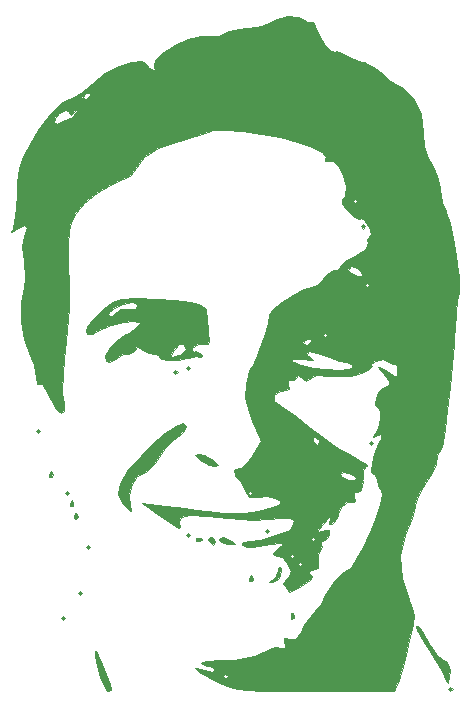
<source format=gbr>
%TF.GenerationSoftware,KiCad,Pcbnew,(5.1.9)-1*%
%TF.CreationDate,2022-01-30T23:42:19-06:00*%
%TF.ProjectId,V2_load_cell,56325f6c-6f61-4645-9f63-656c6c2e6b69,rev?*%
%TF.SameCoordinates,Original*%
%TF.FileFunction,Legend,Bot*%
%TF.FilePolarity,Positive*%
%FSLAX46Y46*%
G04 Gerber Fmt 4.6, Leading zero omitted, Abs format (unit mm)*
G04 Created by KiCad (PCBNEW (5.1.9)-1) date 2022-01-30 23:42:19*
%MOMM*%
%LPD*%
G01*
G04 APERTURE LIST*
%ADD10C,0.010000*%
G04 APERTURE END LIST*
D10*
%TO.C,#G\u002A\u002A\u002A*%
G36*
X121778889Y-84419722D02*
G01*
X121955277Y-84596111D01*
X122131666Y-84419722D01*
X121955277Y-84243333D01*
X121778889Y-84419722D01*
G37*
X121778889Y-84419722D02*
X121955277Y-84596111D01*
X122131666Y-84419722D01*
X121955277Y-84243333D01*
X121778889Y-84419722D01*
G36*
X107238160Y-27704086D02*
G01*
X106765065Y-27964058D01*
X105978509Y-28299151D01*
X104884029Y-28482412D01*
X104601792Y-28493225D01*
X103626924Y-28585563D01*
X102978599Y-28802908D01*
X102883312Y-28892762D01*
X102397976Y-29117783D01*
X101701437Y-29092704D01*
X100824563Y-29116505D01*
X99750318Y-29416595D01*
X98647679Y-29902886D01*
X97685624Y-30485289D01*
X97033130Y-31073715D01*
X96859174Y-31578077D01*
X96893549Y-31655972D01*
X96907781Y-31998637D01*
X96790230Y-32032222D01*
X96378698Y-31753149D01*
X96269401Y-31550187D01*
X95823337Y-31255607D01*
X94974961Y-31321299D01*
X93890331Y-31689486D01*
X92735503Y-32302388D01*
X91676535Y-33102228D01*
X91597628Y-33175690D01*
X90712515Y-33918443D01*
X89945485Y-34398593D01*
X89619276Y-34498607D01*
X88980596Y-34784330D01*
X88134617Y-35653730D01*
X87057902Y-37133653D01*
X86324722Y-38272262D01*
X85730989Y-39338901D01*
X85399857Y-40329324D01*
X85252674Y-41544082D01*
X85220170Y-42493130D01*
X85158989Y-43812153D01*
X85042118Y-44882473D01*
X84894352Y-45480349D01*
X84887868Y-45491741D01*
X84769955Y-45770911D01*
X85084367Y-45574039D01*
X85207195Y-45475701D01*
X85825297Y-45152565D01*
X86060720Y-45388768D01*
X85846879Y-46047435D01*
X85664579Y-47040371D01*
X85816170Y-48176943D01*
X85966299Y-49583424D01*
X85811624Y-50510793D01*
X85593166Y-51707424D01*
X85622757Y-53234154D01*
X85872624Y-54771673D01*
X86284048Y-55942455D01*
X86687406Y-57008370D01*
X86859268Y-58028527D01*
X86859291Y-58032064D01*
X86935822Y-58620943D01*
X87123682Y-58612268D01*
X87129650Y-58603091D01*
X87411147Y-58617784D01*
X87821279Y-59258839D01*
X88040881Y-59749000D01*
X88532211Y-60675506D01*
X88953863Y-61059368D01*
X89207306Y-60885343D01*
X89194011Y-60138191D01*
X89151133Y-59920737D01*
X89098739Y-59133205D01*
X89143884Y-57875124D01*
X89275954Y-56373161D01*
X89343667Y-55809183D01*
X89527695Y-54033851D01*
X89645988Y-52186476D01*
X89677380Y-50617591D01*
X89671663Y-50376667D01*
X89607428Y-48264735D01*
X89596958Y-46726291D01*
X89664214Y-45629898D01*
X89833154Y-44844120D01*
X90127738Y-44237517D01*
X90571926Y-43678653D01*
X90968587Y-43261965D01*
X92079126Y-42335092D01*
X93259548Y-41668915D01*
X93651275Y-41531747D01*
X94824863Y-40987614D01*
X95320296Y-40323182D01*
X95970999Y-39359841D01*
X97151274Y-38609763D01*
X98943375Y-38021396D01*
X99024722Y-38001518D01*
X100105785Y-37706602D01*
X100908746Y-37427142D01*
X101141389Y-37307805D01*
X101818733Y-37091320D01*
X102927196Y-37053283D01*
X104331297Y-37164746D01*
X105895561Y-37396758D01*
X107484510Y-37720371D01*
X108962665Y-38106636D01*
X110194549Y-38526602D01*
X111044684Y-38951322D01*
X111377593Y-39351847D01*
X111342826Y-39487670D01*
X111293262Y-39740590D01*
X111446678Y-39679770D01*
X111971627Y-39683530D01*
X112476871Y-40186190D01*
X112880544Y-40983835D01*
X113100782Y-41872555D01*
X113055719Y-42648435D01*
X112794371Y-43036667D01*
X112795584Y-43377933D01*
X113177565Y-43888975D01*
X113725443Y-44361386D01*
X114224348Y-44586756D01*
X114364505Y-44559573D01*
X114675613Y-44719369D01*
X115016962Y-45272451D01*
X115208207Y-45919139D01*
X115079620Y-46143333D01*
X114886491Y-46399910D01*
X114937350Y-46643347D01*
X114774092Y-47150208D01*
X113947927Y-47703240D01*
X113867945Y-47741876D01*
X113067449Y-48193223D01*
X112632734Y-48577424D01*
X112606666Y-48652974D01*
X112321205Y-48932286D01*
X112089912Y-48965555D01*
X111528472Y-49245656D01*
X111195555Y-49671111D01*
X110667761Y-50234008D01*
X110249996Y-50376667D01*
X109570097Y-50565971D01*
X108654437Y-51039741D01*
X107715228Y-51656764D01*
X106964687Y-52275828D01*
X106615026Y-52755719D01*
X106610075Y-52798763D01*
X106498538Y-53416494D01*
X106219698Y-54386493D01*
X105855788Y-55468851D01*
X105489041Y-56423656D01*
X105201692Y-57010998D01*
X105142518Y-57080253D01*
X104932689Y-57512555D01*
X104706588Y-58358721D01*
X104661015Y-58586327D01*
X104598523Y-59747095D01*
X104902293Y-61003390D01*
X105175392Y-61690417D01*
X105939069Y-63465631D01*
X105185792Y-64684458D01*
X104651816Y-65402621D01*
X104225101Y-65728139D01*
X104134245Y-65718943D01*
X103706288Y-65776049D01*
X103629455Y-65868758D01*
X103675002Y-66324322D01*
X103803228Y-66437948D01*
X104211790Y-66925937D01*
X104508900Y-67528794D01*
X104897869Y-68144626D01*
X105532670Y-68205223D01*
X105696308Y-68168250D01*
X106395615Y-68118464D01*
X107061008Y-68245756D01*
X107506260Y-68472534D01*
X107545144Y-68721202D01*
X107315000Y-68842706D01*
X106615845Y-69065646D01*
X105671306Y-69366404D01*
X105660979Y-69369690D01*
X104439166Y-69547014D01*
X102736651Y-69491934D01*
X102133201Y-69426297D01*
X100519222Y-69226723D01*
X98841510Y-69023630D01*
X97792864Y-68899568D01*
X95855451Y-68674171D01*
X97348838Y-69755974D01*
X98360351Y-70466619D01*
X98907341Y-70773232D01*
X99080828Y-70706730D01*
X98975907Y-70308611D01*
X99106014Y-69895227D01*
X99893944Y-69709586D01*
X101329446Y-69752525D01*
X103081666Y-69974077D01*
X105212302Y-70130931D01*
X107581129Y-69958326D01*
X108383814Y-69916063D01*
X108668735Y-70121348D01*
X108656419Y-70409962D01*
X108386713Y-70942879D01*
X108192113Y-71043727D01*
X107638743Y-71190704D01*
X106851062Y-71484699D01*
X105810754Y-71792439D01*
X104978159Y-71896111D01*
X104392625Y-72001074D01*
X104295920Y-72215770D01*
X104763725Y-72430772D01*
X105110490Y-72414523D01*
X106655124Y-72136703D01*
X107534339Y-72040478D01*
X107764252Y-72124918D01*
X107579583Y-72272464D01*
X107070769Y-72727710D01*
X106962222Y-72992794D01*
X107173725Y-73198501D01*
X107276411Y-73154682D01*
X107673181Y-73267203D01*
X108111526Y-73755534D01*
X108442530Y-74392386D01*
X108316065Y-74823537D01*
X108091505Y-75055886D01*
X107775399Y-75511647D01*
X107964144Y-75699066D01*
X108222831Y-76024610D01*
X108177946Y-76160183D01*
X108316598Y-76201668D01*
X108898495Y-75931616D01*
X109261008Y-75726542D01*
X110040917Y-75190753D01*
X110220643Y-74830162D01*
X110075954Y-74673002D01*
X109857542Y-74437202D01*
X110266561Y-74370957D01*
X110748013Y-74188369D01*
X110743107Y-73836389D01*
X109431666Y-73836389D01*
X109255278Y-74012778D01*
X109078889Y-73836389D01*
X109255278Y-73660000D01*
X109431666Y-73836389D01*
X110743107Y-73836389D01*
X110740652Y-73660351D01*
X110729839Y-73130833D01*
X108726111Y-73130833D01*
X108549722Y-73307222D01*
X108373333Y-73130833D01*
X108549722Y-72954444D01*
X108726111Y-73130833D01*
X110729839Y-73130833D01*
X110727222Y-73002689D01*
X110881651Y-72754030D01*
X111049507Y-72330650D01*
X111004101Y-72224512D01*
X111033539Y-71916425D01*
X111136992Y-71896111D01*
X111387612Y-71719722D01*
X110490000Y-71719722D01*
X110313611Y-71896111D01*
X110137222Y-71719722D01*
X110313611Y-71543333D01*
X110490000Y-71719722D01*
X111387612Y-71719722D01*
X111537967Y-71613901D01*
X111684759Y-71343876D01*
X111709799Y-70962198D01*
X111239580Y-71000798D01*
X111170126Y-71022237D01*
X110680733Y-71149592D01*
X110699669Y-70972004D01*
X111074359Y-70516139D01*
X111618741Y-69939064D01*
X111860807Y-69798928D01*
X111719897Y-70139578D01*
X111696437Y-70177989D01*
X111699038Y-70447321D01*
X111940200Y-70412202D01*
X112367507Y-69964803D01*
X112433362Y-69646106D01*
X112674128Y-69016633D01*
X113203310Y-68589233D01*
X113732310Y-68586322D01*
X113866731Y-68477914D01*
X113794069Y-68195840D01*
X113795761Y-67839167D01*
X105198333Y-67839167D01*
X105021944Y-68015555D01*
X104845555Y-67839167D01*
X105021944Y-67662778D01*
X105198333Y-67839167D01*
X113795761Y-67839167D01*
X113796131Y-67761398D01*
X114062693Y-67736546D01*
X114412127Y-67563345D01*
X114507448Y-66793440D01*
X114504526Y-66692639D01*
X114521624Y-66519314D01*
X113930605Y-66519314D01*
X113768777Y-66756919D01*
X113332367Y-66711929D01*
X112750132Y-66446139D01*
X112606666Y-66241737D01*
X112857431Y-66035393D01*
X113382915Y-66103644D01*
X113842901Y-66375160D01*
X113930605Y-66519314D01*
X114521624Y-66519314D01*
X114581793Y-65909391D01*
X114827413Y-65541004D01*
X114857304Y-65537036D01*
X114796988Y-65391685D01*
X114232764Y-65024947D01*
X113532908Y-64644867D01*
X112295634Y-63912259D01*
X111599951Y-63429444D01*
X110842777Y-63429444D01*
X110722415Y-63773050D01*
X110687208Y-63782222D01*
X110386018Y-63535018D01*
X110313611Y-63429444D01*
X110341581Y-63104365D01*
X110469180Y-63076667D01*
X110828421Y-63332752D01*
X110842777Y-63429444D01*
X111599951Y-63429444D01*
X110905860Y-62947734D01*
X110005130Y-62240495D01*
X108983098Y-61423659D01*
X108097522Y-60790907D01*
X107579583Y-60497903D01*
X107046768Y-60072599D01*
X107023003Y-59553368D01*
X107481335Y-59218816D01*
X107705521Y-59196111D01*
X108244258Y-59046142D01*
X108238728Y-58648622D01*
X108206993Y-58280492D01*
X108347243Y-58298042D01*
X108738560Y-58221561D01*
X108845512Y-58051781D01*
X109079069Y-57803028D01*
X109360712Y-58087247D01*
X109716211Y-58370961D01*
X109958446Y-58141640D01*
X110535228Y-57877727D01*
X111698683Y-57939044D01*
X113539795Y-57903056D01*
X114391001Y-57633875D01*
X115076458Y-57296588D01*
X115265398Y-57130458D01*
X113665000Y-57130458D01*
X113353605Y-57313690D01*
X112557554Y-57376209D01*
X111484047Y-57335665D01*
X110340284Y-57209705D01*
X109333464Y-57015980D01*
X108670787Y-56772138D01*
X108574734Y-56696874D01*
X108497421Y-56458055D01*
X108991226Y-56443996D01*
X109431666Y-56508960D01*
X110116282Y-56595837D01*
X110287989Y-56552279D01*
X110225416Y-56516728D01*
X109818613Y-56151012D01*
X109784444Y-56022928D01*
X109982022Y-55820936D01*
X110632310Y-55937639D01*
X111659493Y-56319682D01*
X112540411Y-56615405D01*
X113158799Y-56726666D01*
X113612884Y-56952537D01*
X113665000Y-57130458D01*
X115265398Y-57130458D01*
X115299892Y-57100129D01*
X115252500Y-57082525D01*
X115216003Y-56924750D01*
X115535554Y-56688073D01*
X116273574Y-56511865D01*
X116626346Y-56695739D01*
X117097227Y-56943033D01*
X117239498Y-56915131D01*
X117388784Y-57070186D01*
X117449204Y-57440802D01*
X117440118Y-57883414D01*
X117194816Y-57902925D01*
X116552998Y-57527706D01*
X115921261Y-57141630D01*
X115819013Y-57157392D01*
X116179371Y-57599797D01*
X116222639Y-57650235D01*
X116741427Y-58350572D01*
X116736400Y-58724193D01*
X116251733Y-58905660D01*
X115863752Y-59222236D01*
X115614428Y-59807812D01*
X115578777Y-60367627D01*
X115818698Y-60607222D01*
X116026372Y-60891722D01*
X116026000Y-61551972D01*
X115843528Y-62298101D01*
X115631059Y-62703413D01*
X115432140Y-63047194D01*
X115693472Y-62947176D01*
X116085839Y-62844575D01*
X116031887Y-63280739D01*
X115830467Y-63717220D01*
X115517146Y-64486236D01*
X115295866Y-65297528D01*
X115212447Y-65925058D01*
X115312709Y-66142792D01*
X115341517Y-66129276D01*
X115591562Y-66273596D01*
X115692760Y-66711854D01*
X115878308Y-67370801D01*
X116095486Y-67590995D01*
X116175673Y-67953638D01*
X115992420Y-68777404D01*
X115614068Y-69900736D01*
X115108959Y-71162076D01*
X114545432Y-72399867D01*
X113991828Y-73452552D01*
X113516486Y-74158572D01*
X113229781Y-74365555D01*
X112697805Y-74656462D01*
X112017217Y-75409508D01*
X111332819Y-76445181D01*
X110953213Y-77187778D01*
X110498717Y-77855459D01*
X110123978Y-78246111D01*
X109533650Y-79019743D01*
X109277289Y-79583770D01*
X108913998Y-80171818D01*
X108347101Y-80178063D01*
X107865445Y-80125784D01*
X107887066Y-80522399D01*
X107906337Y-80573970D01*
X107968191Y-80990761D01*
X107727728Y-80928996D01*
X107093251Y-80862669D01*
X106874028Y-80956463D01*
X105420873Y-81590939D01*
X103611098Y-81947382D01*
X102414033Y-81995321D01*
X101455701Y-82017046D01*
X100902280Y-82121893D01*
X100842756Y-82214861D01*
X101297440Y-82457137D01*
X101514986Y-82479444D01*
X101971004Y-82671904D01*
X102023333Y-82823491D01*
X101743990Y-82990226D01*
X101141389Y-82832222D01*
X100428046Y-82605206D01*
X100291802Y-82667448D01*
X100688246Y-82974240D01*
X101572966Y-83480877D01*
X102011605Y-83708224D01*
X102651385Y-84017529D01*
X103251874Y-84245202D01*
X103932224Y-84403725D01*
X104811590Y-84505580D01*
X106009123Y-84563250D01*
X107643977Y-84589217D01*
X109835305Y-84595964D01*
X110487004Y-84596111D01*
X117210241Y-84596111D01*
X117581636Y-83625972D01*
X117666162Y-83361389D01*
X103081666Y-83361389D01*
X102905277Y-83537778D01*
X102728889Y-83361389D01*
X102905277Y-83185000D01*
X103081666Y-83361389D01*
X117666162Y-83361389D01*
X117853798Y-82774052D01*
X118192597Y-81521801D01*
X118484244Y-80313910D01*
X118754554Y-79021618D01*
X118839488Y-78172556D01*
X118734408Y-77527938D01*
X118434672Y-76848979D01*
X118416221Y-76813190D01*
X117829905Y-75057685D01*
X117716988Y-73156522D01*
X118084500Y-71396711D01*
X118273134Y-70970969D01*
X118708913Y-69935909D01*
X118943589Y-69027443D01*
X118956666Y-68849975D01*
X119177355Y-68072783D01*
X119720284Y-67169227D01*
X119838611Y-67021558D01*
X120417788Y-66164006D01*
X120711501Y-65397967D01*
X120720555Y-65289398D01*
X120834722Y-64597948D01*
X120965951Y-64359974D01*
X121235922Y-63827190D01*
X121315676Y-63507428D01*
X121478806Y-62383273D01*
X121675154Y-60771739D01*
X121881930Y-58888778D01*
X122076347Y-56950340D01*
X122235614Y-55172375D01*
X122252595Y-54941958D01*
X110137222Y-54941958D01*
X109881137Y-55301199D01*
X109784444Y-55315555D01*
X109440838Y-55195193D01*
X109431666Y-55159986D01*
X109678871Y-54858796D01*
X109784444Y-54786389D01*
X110109523Y-54814359D01*
X110137222Y-54941958D01*
X122252595Y-54941958D01*
X122290060Y-54433611D01*
X111548333Y-54433611D01*
X111371944Y-54610000D01*
X111195555Y-54433611D01*
X111371944Y-54257222D01*
X111548333Y-54433611D01*
X122290060Y-54433611D01*
X122329060Y-53904444D01*
X122429106Y-52559865D01*
X122543098Y-51465524D01*
X122648244Y-50835588D01*
X122659369Y-50800870D01*
X122702588Y-50200278D01*
X115076111Y-50200278D01*
X114899722Y-50376667D01*
X114723333Y-50200278D01*
X114899722Y-50023889D01*
X115076111Y-50200278D01*
X122702588Y-50200278D01*
X122705992Y-50152976D01*
X122651972Y-49466868D01*
X114554236Y-49466868D01*
X114199635Y-49465841D01*
X114037939Y-49425823D01*
X113455379Y-49147130D01*
X113312222Y-48924410D01*
X113522307Y-48626497D01*
X114004422Y-48791375D01*
X114347521Y-49114190D01*
X114554236Y-49466868D01*
X122651972Y-49466868D01*
X122617734Y-49032020D01*
X122428858Y-47649923D01*
X122173626Y-46218605D01*
X121886298Y-44949986D01*
X121601137Y-44055986D01*
X121551632Y-43949124D01*
X121224899Y-43184912D01*
X121216593Y-43144722D01*
X114017777Y-43144722D01*
X113841389Y-43321111D01*
X113665000Y-43144722D01*
X113841389Y-42968333D01*
X114017777Y-43144722D01*
X121216593Y-43144722D01*
X121127651Y-42714402D01*
X121074511Y-42031781D01*
X120791253Y-41020311D01*
X120372653Y-39977444D01*
X120085475Y-39443570D01*
X119730131Y-38486144D01*
X119607980Y-37340695D01*
X119612032Y-37247789D01*
X119440737Y-35712853D01*
X119204739Y-35209768D01*
X90339541Y-35209768D01*
X90320227Y-35450311D01*
X90290931Y-35560000D01*
X89955409Y-36030071D01*
X89764305Y-36089167D01*
X89169683Y-36307499D01*
X89117546Y-36353750D01*
X88637299Y-36615209D01*
X88424715Y-36375711D01*
X88479737Y-36116443D01*
X88848222Y-35624352D01*
X89326777Y-35391534D01*
X89652392Y-35518043D01*
X89681513Y-35659266D01*
X89819152Y-35825475D01*
X90061148Y-35560000D01*
X90339541Y-35209768D01*
X119204739Y-35209768D01*
X118815175Y-34379326D01*
X118549612Y-34128069D01*
X91440000Y-34128069D01*
X91183914Y-34487310D01*
X91087222Y-34501667D01*
X90743616Y-34381304D01*
X90734444Y-34346097D01*
X90981648Y-34044907D01*
X91087222Y-33972500D01*
X91412301Y-34000470D01*
X91440000Y-34128069D01*
X118549612Y-34128069D01*
X117844736Y-33461166D01*
X117616781Y-33345276D01*
X116756401Y-32831041D01*
X116221545Y-32329234D01*
X115604511Y-31832825D01*
X114651945Y-31374959D01*
X114457656Y-31307689D01*
X113504496Y-30957192D01*
X112829132Y-30632200D01*
X112750596Y-30578197D01*
X112287448Y-30414361D01*
X112173454Y-30466361D01*
X111856642Y-30368677D01*
X111369225Y-29867534D01*
X110876677Y-29179840D01*
X110544475Y-28522503D01*
X110490000Y-28259660D01*
X110317659Y-27924512D01*
X110161598Y-27960212D01*
X109708515Y-27915972D01*
X109611612Y-27804643D01*
X109066894Y-27505192D01*
X108176349Y-27477239D01*
X107238160Y-27704086D01*
G37*
X107238160Y-27704086D02*
X106765065Y-27964058D01*
X105978509Y-28299151D01*
X104884029Y-28482412D01*
X104601792Y-28493225D01*
X103626924Y-28585563D01*
X102978599Y-28802908D01*
X102883312Y-28892762D01*
X102397976Y-29117783D01*
X101701437Y-29092704D01*
X100824563Y-29116505D01*
X99750318Y-29416595D01*
X98647679Y-29902886D01*
X97685624Y-30485289D01*
X97033130Y-31073715D01*
X96859174Y-31578077D01*
X96893549Y-31655972D01*
X96907781Y-31998637D01*
X96790230Y-32032222D01*
X96378698Y-31753149D01*
X96269401Y-31550187D01*
X95823337Y-31255607D01*
X94974961Y-31321299D01*
X93890331Y-31689486D01*
X92735503Y-32302388D01*
X91676535Y-33102228D01*
X91597628Y-33175690D01*
X90712515Y-33918443D01*
X89945485Y-34398593D01*
X89619276Y-34498607D01*
X88980596Y-34784330D01*
X88134617Y-35653730D01*
X87057902Y-37133653D01*
X86324722Y-38272262D01*
X85730989Y-39338901D01*
X85399857Y-40329324D01*
X85252674Y-41544082D01*
X85220170Y-42493130D01*
X85158989Y-43812153D01*
X85042118Y-44882473D01*
X84894352Y-45480349D01*
X84887868Y-45491741D01*
X84769955Y-45770911D01*
X85084367Y-45574039D01*
X85207195Y-45475701D01*
X85825297Y-45152565D01*
X86060720Y-45388768D01*
X85846879Y-46047435D01*
X85664579Y-47040371D01*
X85816170Y-48176943D01*
X85966299Y-49583424D01*
X85811624Y-50510793D01*
X85593166Y-51707424D01*
X85622757Y-53234154D01*
X85872624Y-54771673D01*
X86284048Y-55942455D01*
X86687406Y-57008370D01*
X86859268Y-58028527D01*
X86859291Y-58032064D01*
X86935822Y-58620943D01*
X87123682Y-58612268D01*
X87129650Y-58603091D01*
X87411147Y-58617784D01*
X87821279Y-59258839D01*
X88040881Y-59749000D01*
X88532211Y-60675506D01*
X88953863Y-61059368D01*
X89207306Y-60885343D01*
X89194011Y-60138191D01*
X89151133Y-59920737D01*
X89098739Y-59133205D01*
X89143884Y-57875124D01*
X89275954Y-56373161D01*
X89343667Y-55809183D01*
X89527695Y-54033851D01*
X89645988Y-52186476D01*
X89677380Y-50617591D01*
X89671663Y-50376667D01*
X89607428Y-48264735D01*
X89596958Y-46726291D01*
X89664214Y-45629898D01*
X89833154Y-44844120D01*
X90127738Y-44237517D01*
X90571926Y-43678653D01*
X90968587Y-43261965D01*
X92079126Y-42335092D01*
X93259548Y-41668915D01*
X93651275Y-41531747D01*
X94824863Y-40987614D01*
X95320296Y-40323182D01*
X95970999Y-39359841D01*
X97151274Y-38609763D01*
X98943375Y-38021396D01*
X99024722Y-38001518D01*
X100105785Y-37706602D01*
X100908746Y-37427142D01*
X101141389Y-37307805D01*
X101818733Y-37091320D01*
X102927196Y-37053283D01*
X104331297Y-37164746D01*
X105895561Y-37396758D01*
X107484510Y-37720371D01*
X108962665Y-38106636D01*
X110194549Y-38526602D01*
X111044684Y-38951322D01*
X111377593Y-39351847D01*
X111342826Y-39487670D01*
X111293262Y-39740590D01*
X111446678Y-39679770D01*
X111971627Y-39683530D01*
X112476871Y-40186190D01*
X112880544Y-40983835D01*
X113100782Y-41872555D01*
X113055719Y-42648435D01*
X112794371Y-43036667D01*
X112795584Y-43377933D01*
X113177565Y-43888975D01*
X113725443Y-44361386D01*
X114224348Y-44586756D01*
X114364505Y-44559573D01*
X114675613Y-44719369D01*
X115016962Y-45272451D01*
X115208207Y-45919139D01*
X115079620Y-46143333D01*
X114886491Y-46399910D01*
X114937350Y-46643347D01*
X114774092Y-47150208D01*
X113947927Y-47703240D01*
X113867945Y-47741876D01*
X113067449Y-48193223D01*
X112632734Y-48577424D01*
X112606666Y-48652974D01*
X112321205Y-48932286D01*
X112089912Y-48965555D01*
X111528472Y-49245656D01*
X111195555Y-49671111D01*
X110667761Y-50234008D01*
X110249996Y-50376667D01*
X109570097Y-50565971D01*
X108654437Y-51039741D01*
X107715228Y-51656764D01*
X106964687Y-52275828D01*
X106615026Y-52755719D01*
X106610075Y-52798763D01*
X106498538Y-53416494D01*
X106219698Y-54386493D01*
X105855788Y-55468851D01*
X105489041Y-56423656D01*
X105201692Y-57010998D01*
X105142518Y-57080253D01*
X104932689Y-57512555D01*
X104706588Y-58358721D01*
X104661015Y-58586327D01*
X104598523Y-59747095D01*
X104902293Y-61003390D01*
X105175392Y-61690417D01*
X105939069Y-63465631D01*
X105185792Y-64684458D01*
X104651816Y-65402621D01*
X104225101Y-65728139D01*
X104134245Y-65718943D01*
X103706288Y-65776049D01*
X103629455Y-65868758D01*
X103675002Y-66324322D01*
X103803228Y-66437948D01*
X104211790Y-66925937D01*
X104508900Y-67528794D01*
X104897869Y-68144626D01*
X105532670Y-68205223D01*
X105696308Y-68168250D01*
X106395615Y-68118464D01*
X107061008Y-68245756D01*
X107506260Y-68472534D01*
X107545144Y-68721202D01*
X107315000Y-68842706D01*
X106615845Y-69065646D01*
X105671306Y-69366404D01*
X105660979Y-69369690D01*
X104439166Y-69547014D01*
X102736651Y-69491934D01*
X102133201Y-69426297D01*
X100519222Y-69226723D01*
X98841510Y-69023630D01*
X97792864Y-68899568D01*
X95855451Y-68674171D01*
X97348838Y-69755974D01*
X98360351Y-70466619D01*
X98907341Y-70773232D01*
X99080828Y-70706730D01*
X98975907Y-70308611D01*
X99106014Y-69895227D01*
X99893944Y-69709586D01*
X101329446Y-69752525D01*
X103081666Y-69974077D01*
X105212302Y-70130931D01*
X107581129Y-69958326D01*
X108383814Y-69916063D01*
X108668735Y-70121348D01*
X108656419Y-70409962D01*
X108386713Y-70942879D01*
X108192113Y-71043727D01*
X107638743Y-71190704D01*
X106851062Y-71484699D01*
X105810754Y-71792439D01*
X104978159Y-71896111D01*
X104392625Y-72001074D01*
X104295920Y-72215770D01*
X104763725Y-72430772D01*
X105110490Y-72414523D01*
X106655124Y-72136703D01*
X107534339Y-72040478D01*
X107764252Y-72124918D01*
X107579583Y-72272464D01*
X107070769Y-72727710D01*
X106962222Y-72992794D01*
X107173725Y-73198501D01*
X107276411Y-73154682D01*
X107673181Y-73267203D01*
X108111526Y-73755534D01*
X108442530Y-74392386D01*
X108316065Y-74823537D01*
X108091505Y-75055886D01*
X107775399Y-75511647D01*
X107964144Y-75699066D01*
X108222831Y-76024610D01*
X108177946Y-76160183D01*
X108316598Y-76201668D01*
X108898495Y-75931616D01*
X109261008Y-75726542D01*
X110040917Y-75190753D01*
X110220643Y-74830162D01*
X110075954Y-74673002D01*
X109857542Y-74437202D01*
X110266561Y-74370957D01*
X110748013Y-74188369D01*
X110743107Y-73836389D01*
X109431666Y-73836389D01*
X109255278Y-74012778D01*
X109078889Y-73836389D01*
X109255278Y-73660000D01*
X109431666Y-73836389D01*
X110743107Y-73836389D01*
X110740652Y-73660351D01*
X110729839Y-73130833D01*
X108726111Y-73130833D01*
X108549722Y-73307222D01*
X108373333Y-73130833D01*
X108549722Y-72954444D01*
X108726111Y-73130833D01*
X110729839Y-73130833D01*
X110727222Y-73002689D01*
X110881651Y-72754030D01*
X111049507Y-72330650D01*
X111004101Y-72224512D01*
X111033539Y-71916425D01*
X111136992Y-71896111D01*
X111387612Y-71719722D01*
X110490000Y-71719722D01*
X110313611Y-71896111D01*
X110137222Y-71719722D01*
X110313611Y-71543333D01*
X110490000Y-71719722D01*
X111387612Y-71719722D01*
X111537967Y-71613901D01*
X111684759Y-71343876D01*
X111709799Y-70962198D01*
X111239580Y-71000798D01*
X111170126Y-71022237D01*
X110680733Y-71149592D01*
X110699669Y-70972004D01*
X111074359Y-70516139D01*
X111618741Y-69939064D01*
X111860807Y-69798928D01*
X111719897Y-70139578D01*
X111696437Y-70177989D01*
X111699038Y-70447321D01*
X111940200Y-70412202D01*
X112367507Y-69964803D01*
X112433362Y-69646106D01*
X112674128Y-69016633D01*
X113203310Y-68589233D01*
X113732310Y-68586322D01*
X113866731Y-68477914D01*
X113794069Y-68195840D01*
X113795761Y-67839167D01*
X105198333Y-67839167D01*
X105021944Y-68015555D01*
X104845555Y-67839167D01*
X105021944Y-67662778D01*
X105198333Y-67839167D01*
X113795761Y-67839167D01*
X113796131Y-67761398D01*
X114062693Y-67736546D01*
X114412127Y-67563345D01*
X114507448Y-66793440D01*
X114504526Y-66692639D01*
X114521624Y-66519314D01*
X113930605Y-66519314D01*
X113768777Y-66756919D01*
X113332367Y-66711929D01*
X112750132Y-66446139D01*
X112606666Y-66241737D01*
X112857431Y-66035393D01*
X113382915Y-66103644D01*
X113842901Y-66375160D01*
X113930605Y-66519314D01*
X114521624Y-66519314D01*
X114581793Y-65909391D01*
X114827413Y-65541004D01*
X114857304Y-65537036D01*
X114796988Y-65391685D01*
X114232764Y-65024947D01*
X113532908Y-64644867D01*
X112295634Y-63912259D01*
X111599951Y-63429444D01*
X110842777Y-63429444D01*
X110722415Y-63773050D01*
X110687208Y-63782222D01*
X110386018Y-63535018D01*
X110313611Y-63429444D01*
X110341581Y-63104365D01*
X110469180Y-63076667D01*
X110828421Y-63332752D01*
X110842777Y-63429444D01*
X111599951Y-63429444D01*
X110905860Y-62947734D01*
X110005130Y-62240495D01*
X108983098Y-61423659D01*
X108097522Y-60790907D01*
X107579583Y-60497903D01*
X107046768Y-60072599D01*
X107023003Y-59553368D01*
X107481335Y-59218816D01*
X107705521Y-59196111D01*
X108244258Y-59046142D01*
X108238728Y-58648622D01*
X108206993Y-58280492D01*
X108347243Y-58298042D01*
X108738560Y-58221561D01*
X108845512Y-58051781D01*
X109079069Y-57803028D01*
X109360712Y-58087247D01*
X109716211Y-58370961D01*
X109958446Y-58141640D01*
X110535228Y-57877727D01*
X111698683Y-57939044D01*
X113539795Y-57903056D01*
X114391001Y-57633875D01*
X115076458Y-57296588D01*
X115265398Y-57130458D01*
X113665000Y-57130458D01*
X113353605Y-57313690D01*
X112557554Y-57376209D01*
X111484047Y-57335665D01*
X110340284Y-57209705D01*
X109333464Y-57015980D01*
X108670787Y-56772138D01*
X108574734Y-56696874D01*
X108497421Y-56458055D01*
X108991226Y-56443996D01*
X109431666Y-56508960D01*
X110116282Y-56595837D01*
X110287989Y-56552279D01*
X110225416Y-56516728D01*
X109818613Y-56151012D01*
X109784444Y-56022928D01*
X109982022Y-55820936D01*
X110632310Y-55937639D01*
X111659493Y-56319682D01*
X112540411Y-56615405D01*
X113158799Y-56726666D01*
X113612884Y-56952537D01*
X113665000Y-57130458D01*
X115265398Y-57130458D01*
X115299892Y-57100129D01*
X115252500Y-57082525D01*
X115216003Y-56924750D01*
X115535554Y-56688073D01*
X116273574Y-56511865D01*
X116626346Y-56695739D01*
X117097227Y-56943033D01*
X117239498Y-56915131D01*
X117388784Y-57070186D01*
X117449204Y-57440802D01*
X117440118Y-57883414D01*
X117194816Y-57902925D01*
X116552998Y-57527706D01*
X115921261Y-57141630D01*
X115819013Y-57157392D01*
X116179371Y-57599797D01*
X116222639Y-57650235D01*
X116741427Y-58350572D01*
X116736400Y-58724193D01*
X116251733Y-58905660D01*
X115863752Y-59222236D01*
X115614428Y-59807812D01*
X115578777Y-60367627D01*
X115818698Y-60607222D01*
X116026372Y-60891722D01*
X116026000Y-61551972D01*
X115843528Y-62298101D01*
X115631059Y-62703413D01*
X115432140Y-63047194D01*
X115693472Y-62947176D01*
X116085839Y-62844575D01*
X116031887Y-63280739D01*
X115830467Y-63717220D01*
X115517146Y-64486236D01*
X115295866Y-65297528D01*
X115212447Y-65925058D01*
X115312709Y-66142792D01*
X115341517Y-66129276D01*
X115591562Y-66273596D01*
X115692760Y-66711854D01*
X115878308Y-67370801D01*
X116095486Y-67590995D01*
X116175673Y-67953638D01*
X115992420Y-68777404D01*
X115614068Y-69900736D01*
X115108959Y-71162076D01*
X114545432Y-72399867D01*
X113991828Y-73452552D01*
X113516486Y-74158572D01*
X113229781Y-74365555D01*
X112697805Y-74656462D01*
X112017217Y-75409508D01*
X111332819Y-76445181D01*
X110953213Y-77187778D01*
X110498717Y-77855459D01*
X110123978Y-78246111D01*
X109533650Y-79019743D01*
X109277289Y-79583770D01*
X108913998Y-80171818D01*
X108347101Y-80178063D01*
X107865445Y-80125784D01*
X107887066Y-80522399D01*
X107906337Y-80573970D01*
X107968191Y-80990761D01*
X107727728Y-80928996D01*
X107093251Y-80862669D01*
X106874028Y-80956463D01*
X105420873Y-81590939D01*
X103611098Y-81947382D01*
X102414033Y-81995321D01*
X101455701Y-82017046D01*
X100902280Y-82121893D01*
X100842756Y-82214861D01*
X101297440Y-82457137D01*
X101514986Y-82479444D01*
X101971004Y-82671904D01*
X102023333Y-82823491D01*
X101743990Y-82990226D01*
X101141389Y-82832222D01*
X100428046Y-82605206D01*
X100291802Y-82667448D01*
X100688246Y-82974240D01*
X101572966Y-83480877D01*
X102011605Y-83708224D01*
X102651385Y-84017529D01*
X103251874Y-84245202D01*
X103932224Y-84403725D01*
X104811590Y-84505580D01*
X106009123Y-84563250D01*
X107643977Y-84589217D01*
X109835305Y-84595964D01*
X110487004Y-84596111D01*
X117210241Y-84596111D01*
X117581636Y-83625972D01*
X117666162Y-83361389D01*
X103081666Y-83361389D01*
X102905277Y-83537778D01*
X102728889Y-83361389D01*
X102905277Y-83185000D01*
X103081666Y-83361389D01*
X117666162Y-83361389D01*
X117853798Y-82774052D01*
X118192597Y-81521801D01*
X118484244Y-80313910D01*
X118754554Y-79021618D01*
X118839488Y-78172556D01*
X118734408Y-77527938D01*
X118434672Y-76848979D01*
X118416221Y-76813190D01*
X117829905Y-75057685D01*
X117716988Y-73156522D01*
X118084500Y-71396711D01*
X118273134Y-70970969D01*
X118708913Y-69935909D01*
X118943589Y-69027443D01*
X118956666Y-68849975D01*
X119177355Y-68072783D01*
X119720284Y-67169227D01*
X119838611Y-67021558D01*
X120417788Y-66164006D01*
X120711501Y-65397967D01*
X120720555Y-65289398D01*
X120834722Y-64597948D01*
X120965951Y-64359974D01*
X121235922Y-63827190D01*
X121315676Y-63507428D01*
X121478806Y-62383273D01*
X121675154Y-60771739D01*
X121881930Y-58888778D01*
X122076347Y-56950340D01*
X122235614Y-55172375D01*
X122252595Y-54941958D01*
X110137222Y-54941958D01*
X109881137Y-55301199D01*
X109784444Y-55315555D01*
X109440838Y-55195193D01*
X109431666Y-55159986D01*
X109678871Y-54858796D01*
X109784444Y-54786389D01*
X110109523Y-54814359D01*
X110137222Y-54941958D01*
X122252595Y-54941958D01*
X122290060Y-54433611D01*
X111548333Y-54433611D01*
X111371944Y-54610000D01*
X111195555Y-54433611D01*
X111371944Y-54257222D01*
X111548333Y-54433611D01*
X122290060Y-54433611D01*
X122329060Y-53904444D01*
X122429106Y-52559865D01*
X122543098Y-51465524D01*
X122648244Y-50835588D01*
X122659369Y-50800870D01*
X122702588Y-50200278D01*
X115076111Y-50200278D01*
X114899722Y-50376667D01*
X114723333Y-50200278D01*
X114899722Y-50023889D01*
X115076111Y-50200278D01*
X122702588Y-50200278D01*
X122705992Y-50152976D01*
X122651972Y-49466868D01*
X114554236Y-49466868D01*
X114199635Y-49465841D01*
X114037939Y-49425823D01*
X113455379Y-49147130D01*
X113312222Y-48924410D01*
X113522307Y-48626497D01*
X114004422Y-48791375D01*
X114347521Y-49114190D01*
X114554236Y-49466868D01*
X122651972Y-49466868D01*
X122617734Y-49032020D01*
X122428858Y-47649923D01*
X122173626Y-46218605D01*
X121886298Y-44949986D01*
X121601137Y-44055986D01*
X121551632Y-43949124D01*
X121224899Y-43184912D01*
X121216593Y-43144722D01*
X114017777Y-43144722D01*
X113841389Y-43321111D01*
X113665000Y-43144722D01*
X113841389Y-42968333D01*
X114017777Y-43144722D01*
X121216593Y-43144722D01*
X121127651Y-42714402D01*
X121074511Y-42031781D01*
X120791253Y-41020311D01*
X120372653Y-39977444D01*
X120085475Y-39443570D01*
X119730131Y-38486144D01*
X119607980Y-37340695D01*
X119612032Y-37247789D01*
X119440737Y-35712853D01*
X119204739Y-35209768D01*
X90339541Y-35209768D01*
X90320227Y-35450311D01*
X90290931Y-35560000D01*
X89955409Y-36030071D01*
X89764305Y-36089167D01*
X89169683Y-36307499D01*
X89117546Y-36353750D01*
X88637299Y-36615209D01*
X88424715Y-36375711D01*
X88479737Y-36116443D01*
X88848222Y-35624352D01*
X89326777Y-35391534D01*
X89652392Y-35518043D01*
X89681513Y-35659266D01*
X89819152Y-35825475D01*
X90061148Y-35560000D01*
X90339541Y-35209768D01*
X119204739Y-35209768D01*
X118815175Y-34379326D01*
X118549612Y-34128069D01*
X91440000Y-34128069D01*
X91183914Y-34487310D01*
X91087222Y-34501667D01*
X90743616Y-34381304D01*
X90734444Y-34346097D01*
X90981648Y-34044907D01*
X91087222Y-33972500D01*
X91412301Y-34000470D01*
X91440000Y-34128069D01*
X118549612Y-34128069D01*
X117844736Y-33461166D01*
X117616781Y-33345276D01*
X116756401Y-32831041D01*
X116221545Y-32329234D01*
X115604511Y-31832825D01*
X114651945Y-31374959D01*
X114457656Y-31307689D01*
X113504496Y-30957192D01*
X112829132Y-30632200D01*
X112750596Y-30578197D01*
X112287448Y-30414361D01*
X112173454Y-30466361D01*
X111856642Y-30368677D01*
X111369225Y-29867534D01*
X110876677Y-29179840D01*
X110544475Y-28522503D01*
X110490000Y-28259660D01*
X110317659Y-27924512D01*
X110161598Y-27960212D01*
X109708515Y-27915972D01*
X109611612Y-27804643D01*
X109066894Y-27505192D01*
X108176349Y-27477239D01*
X107238160Y-27704086D01*
G36*
X91880810Y-81215486D02*
G01*
X91843794Y-81648167D01*
X91999818Y-82457296D01*
X92271975Y-83387015D01*
X92583360Y-84181467D01*
X92857067Y-84584792D01*
X92896958Y-84596111D01*
X93201365Y-84497106D01*
X93203889Y-84482565D01*
X93090371Y-83970108D01*
X92811442Y-83158781D01*
X92459542Y-82276840D01*
X92127108Y-81552546D01*
X91906579Y-81214156D01*
X91880810Y-81215486D01*
G37*
X91880810Y-81215486D02*
X91843794Y-81648167D01*
X91999818Y-82457296D01*
X92271975Y-83387015D01*
X92583360Y-84181467D01*
X92857067Y-84584792D01*
X92896958Y-84596111D01*
X93201365Y-84497106D01*
X93203889Y-84482565D01*
X93090371Y-83970108D01*
X92811442Y-83158781D01*
X92459542Y-82276840D01*
X92127108Y-81552546D01*
X91906579Y-81214156D01*
X91880810Y-81215486D01*
G36*
X119154169Y-79436551D02*
G01*
X119548117Y-80209983D01*
X120112850Y-81132523D01*
X120788208Y-82201722D01*
X121307971Y-83089612D01*
X121530901Y-83537778D01*
X121724215Y-83906060D01*
X121780436Y-83890555D01*
X121931218Y-82835823D01*
X121654987Y-82113229D01*
X121360874Y-81929572D01*
X120808630Y-81503314D01*
X120194327Y-80677634D01*
X119984473Y-80302941D01*
X119518633Y-79498016D01*
X119166332Y-79081615D01*
X119073654Y-79069864D01*
X119154169Y-79436551D01*
G37*
X119154169Y-79436551D02*
X119548117Y-80209983D01*
X120112850Y-81132523D01*
X120788208Y-82201722D01*
X121307971Y-83089612D01*
X121530901Y-83537778D01*
X121724215Y-83906060D01*
X121780436Y-83890555D01*
X121931218Y-82835823D01*
X121654987Y-82113229D01*
X121360874Y-81929572D01*
X120808630Y-81503314D01*
X120194327Y-80677634D01*
X119984473Y-80302941D01*
X119518633Y-79498016D01*
X119166332Y-79081615D01*
X119073654Y-79069864D01*
X119154169Y-79436551D01*
G36*
X108490926Y-78010926D02*
G01*
X108448705Y-78429590D01*
X108490926Y-78481296D01*
X108700652Y-78432870D01*
X108726111Y-78246111D01*
X108597035Y-77955735D01*
X108490926Y-78010926D01*
G37*
X108490926Y-78010926D02*
X108448705Y-78429590D01*
X108490926Y-78481296D01*
X108700652Y-78432870D01*
X108726111Y-78246111D01*
X108597035Y-77955735D01*
X108490926Y-78010926D01*
G36*
X88970555Y-78422500D02*
G01*
X89146944Y-78598889D01*
X89323333Y-78422500D01*
X89146944Y-78246111D01*
X88970555Y-78422500D01*
G37*
X88970555Y-78422500D02*
X89146944Y-78598889D01*
X89323333Y-78422500D01*
X89146944Y-78246111D01*
X88970555Y-78422500D01*
G36*
X90381666Y-76305833D02*
G01*
X90558055Y-76482222D01*
X90734444Y-76305833D01*
X90558055Y-76129444D01*
X90381666Y-76305833D01*
G37*
X90381666Y-76305833D02*
X90558055Y-76482222D01*
X90734444Y-76305833D01*
X90558055Y-76129444D01*
X90381666Y-76305833D01*
G36*
X107347214Y-74195849D02*
G01*
X107315000Y-74453750D01*
X107074185Y-75048241D01*
X106874028Y-75190251D01*
X106623301Y-75349723D01*
X106885099Y-75396038D01*
X107388752Y-75138721D01*
X107546042Y-74879507D01*
X107614790Y-74288203D01*
X107534970Y-74115156D01*
X107347214Y-74195849D01*
G37*
X107347214Y-74195849D02*
X107315000Y-74453750D01*
X107074185Y-75048241D01*
X106874028Y-75190251D01*
X106623301Y-75349723D01*
X106885099Y-75396038D01*
X107388752Y-75138721D01*
X107546042Y-74879507D01*
X107614790Y-74288203D01*
X107534970Y-74115156D01*
X107347214Y-74195849D01*
G36*
X104963148Y-74835926D02*
G01*
X104920927Y-75254590D01*
X104963148Y-75306296D01*
X105172874Y-75257870D01*
X105198333Y-75071111D01*
X105069257Y-74780735D01*
X104963148Y-74835926D01*
G37*
X104963148Y-74835926D02*
X104920927Y-75254590D01*
X104963148Y-75306296D01*
X105172874Y-75257870D01*
X105198333Y-75071111D01*
X105069257Y-74780735D01*
X104963148Y-74835926D01*
G36*
X91087222Y-72425278D02*
G01*
X91263611Y-72601667D01*
X91440000Y-72425278D01*
X91263611Y-72248889D01*
X91087222Y-72425278D01*
G37*
X91087222Y-72425278D02*
X91263611Y-72601667D01*
X91440000Y-72425278D01*
X91263611Y-72248889D01*
X91087222Y-72425278D01*
G36*
X102385800Y-71731692D02*
G01*
X102376111Y-71821038D01*
X102676262Y-72061201D01*
X103165413Y-72158200D01*
X103670163Y-72148019D01*
X103534041Y-71954321D01*
X103429996Y-71885897D01*
X102712155Y-71567836D01*
X102385800Y-71731692D01*
G37*
X102385800Y-71731692D02*
X102376111Y-71821038D01*
X102676262Y-72061201D01*
X103165413Y-72158200D01*
X103670163Y-72148019D01*
X103534041Y-71954321D01*
X103429996Y-71885897D01*
X102712155Y-71567836D01*
X102385800Y-71731692D01*
G36*
X101439044Y-71759458D02*
G01*
X101494166Y-71896111D01*
X101811175Y-72232655D01*
X101867764Y-72248889D01*
X102019288Y-71975948D01*
X102023333Y-71896111D01*
X101752134Y-71556890D01*
X101649735Y-71543333D01*
X101439044Y-71759458D01*
G37*
X101439044Y-71759458D02*
X101494166Y-71896111D01*
X101811175Y-72232655D01*
X101867764Y-72248889D01*
X102019288Y-71975948D01*
X102023333Y-71896111D01*
X101752134Y-71556890D01*
X101649735Y-71543333D01*
X101439044Y-71759458D01*
G36*
X100377037Y-71660926D02*
G01*
X100425462Y-71870652D01*
X100612222Y-71896111D01*
X100902598Y-71767035D01*
X100847407Y-71660926D01*
X100428742Y-71618705D01*
X100377037Y-71660926D01*
G37*
X100377037Y-71660926D02*
X100425462Y-71870652D01*
X100612222Y-71896111D01*
X100902598Y-71767035D01*
X100847407Y-71660926D01*
X100428742Y-71618705D01*
X100377037Y-71660926D01*
G36*
X99553889Y-71366944D02*
G01*
X99730277Y-71543333D01*
X99906666Y-71366944D01*
X99730277Y-71190555D01*
X99553889Y-71366944D01*
G37*
X99553889Y-71366944D02*
X99730277Y-71543333D01*
X99906666Y-71366944D01*
X99730277Y-71190555D01*
X99553889Y-71366944D01*
G36*
X106256666Y-71014167D02*
G01*
X106433055Y-71190555D01*
X106609444Y-71014167D01*
X106433055Y-70837778D01*
X106256666Y-71014167D01*
G37*
X106256666Y-71014167D02*
X106433055Y-71190555D01*
X106609444Y-71014167D01*
X106433055Y-70837778D01*
X106256666Y-71014167D01*
G36*
X90146481Y-69544259D02*
G01*
X90104261Y-69962924D01*
X90146481Y-70014629D01*
X90356207Y-69966204D01*
X90381666Y-69779444D01*
X90252591Y-69489068D01*
X90146481Y-69544259D01*
G37*
X90146481Y-69544259D02*
X90104261Y-69962924D01*
X90146481Y-70014629D01*
X90356207Y-69966204D01*
X90381666Y-69779444D01*
X90252591Y-69489068D01*
X90146481Y-69544259D01*
G36*
X98717583Y-62114094D02*
G01*
X97804253Y-62739143D01*
X96678184Y-63710294D01*
X95720037Y-64659014D01*
X94554986Y-65989637D01*
X93933657Y-67025762D01*
X93819731Y-67874588D01*
X94176890Y-68643317D01*
X94313558Y-68810594D01*
X94790335Y-69334701D01*
X94913766Y-69334155D01*
X94801051Y-68855901D01*
X94763133Y-67969731D01*
X95012254Y-67068350D01*
X95445439Y-66416970D01*
X95812218Y-66251667D01*
X96302092Y-65974411D01*
X96907709Y-65281615D01*
X97095578Y-64998929D01*
X97807263Y-64045600D01*
X98574651Y-63293047D01*
X98711850Y-63194467D01*
X99328657Y-62627072D01*
X99553889Y-62134204D01*
X99330140Y-61893122D01*
X98717583Y-62114094D01*
G37*
X98717583Y-62114094D02*
X97804253Y-62739143D01*
X96678184Y-63710294D01*
X95720037Y-64659014D01*
X94554986Y-65989637D01*
X93933657Y-67025762D01*
X93819731Y-67874588D01*
X94176890Y-68643317D01*
X94313558Y-68810594D01*
X94790335Y-69334701D01*
X94913766Y-69334155D01*
X94801051Y-68855901D01*
X94763133Y-67969731D01*
X95012254Y-67068350D01*
X95445439Y-66416970D01*
X95812218Y-66251667D01*
X96302092Y-65974411D01*
X96907709Y-65281615D01*
X97095578Y-64998929D01*
X97807263Y-64045600D01*
X98574651Y-63293047D01*
X98711850Y-63194467D01*
X99328657Y-62627072D01*
X99553889Y-62134204D01*
X99330140Y-61893122D01*
X98717583Y-62114094D01*
G36*
X89793703Y-68485926D02*
G01*
X89751483Y-68904590D01*
X89793703Y-68956296D01*
X90003429Y-68907870D01*
X90028889Y-68721111D01*
X89899813Y-68430735D01*
X89793703Y-68485926D01*
G37*
X89793703Y-68485926D02*
X89751483Y-68904590D01*
X89793703Y-68956296D01*
X90003429Y-68907870D01*
X90028889Y-68721111D01*
X89899813Y-68430735D01*
X89793703Y-68485926D01*
G36*
X89323333Y-67839167D02*
G01*
X89499722Y-68015555D01*
X89676111Y-67839167D01*
X89499722Y-67662778D01*
X89323333Y-67839167D01*
G37*
X89323333Y-67839167D02*
X89499722Y-68015555D01*
X89676111Y-67839167D01*
X89499722Y-67662778D01*
X89323333Y-67839167D01*
G36*
X88029815Y-66016481D02*
G01*
X87987594Y-66435146D01*
X88029815Y-66486852D01*
X88239541Y-66438426D01*
X88265000Y-66251667D01*
X88135924Y-65961290D01*
X88029815Y-66016481D01*
G37*
X88029815Y-66016481D02*
X87987594Y-66435146D01*
X88029815Y-66486852D01*
X88239541Y-66438426D01*
X88265000Y-66251667D01*
X88135924Y-65961290D01*
X88029815Y-66016481D01*
G36*
X100342700Y-64605610D02*
G01*
X100662236Y-64946681D01*
X100767843Y-65028164D01*
X101515720Y-65437803D01*
X101981797Y-65546111D01*
X102251319Y-65450718D01*
X101931783Y-65109647D01*
X101826176Y-65028164D01*
X101078298Y-64618525D01*
X100612222Y-64510217D01*
X100342700Y-64605610D01*
G37*
X100342700Y-64605610D02*
X100662236Y-64946681D01*
X100767843Y-65028164D01*
X101515720Y-65437803D01*
X101981797Y-65546111D01*
X102251319Y-65450718D01*
X101931783Y-65109647D01*
X101826176Y-65028164D01*
X101078298Y-64618525D01*
X100612222Y-64510217D01*
X100342700Y-64605610D01*
G36*
X115076111Y-63605833D02*
G01*
X115252500Y-63782222D01*
X115428889Y-63605833D01*
X115252500Y-63429444D01*
X115076111Y-63605833D01*
G37*
X115076111Y-63605833D02*
X115252500Y-63782222D01*
X115428889Y-63605833D01*
X115252500Y-63429444D01*
X115076111Y-63605833D01*
G36*
X86853889Y-62547500D02*
G01*
X87030277Y-62723889D01*
X87206666Y-62547500D01*
X87030277Y-62371111D01*
X86853889Y-62547500D01*
G37*
X86853889Y-62547500D02*
X87030277Y-62723889D01*
X87206666Y-62547500D01*
X87030277Y-62371111D01*
X86853889Y-62547500D01*
G36*
X98495555Y-57608611D02*
G01*
X98671944Y-57785000D01*
X98848333Y-57608611D01*
X98671944Y-57432222D01*
X98495555Y-57608611D01*
G37*
X98495555Y-57608611D02*
X98671944Y-57785000D01*
X98848333Y-57608611D01*
X98671944Y-57432222D01*
X98495555Y-57608611D01*
G36*
X99553889Y-57255833D02*
G01*
X99730277Y-57432222D01*
X99906666Y-57255833D01*
X99730277Y-57079444D01*
X99553889Y-57255833D01*
G37*
X99553889Y-57255833D02*
X99730277Y-57432222D01*
X99906666Y-57255833D01*
X99730277Y-57079444D01*
X99553889Y-57255833D01*
G36*
X94085833Y-51387939D02*
G01*
X93374057Y-51664974D01*
X92510148Y-52286183D01*
X91708070Y-53057494D01*
X91181789Y-53784833D01*
X91087222Y-54107773D01*
X91179294Y-54404230D01*
X91566204Y-54349604D01*
X92233750Y-54027444D01*
X93184065Y-53635752D01*
X94204665Y-53368823D01*
X95083577Y-53261531D01*
X95608828Y-53348750D01*
X95673333Y-53461558D01*
X95392544Y-53794272D01*
X94696215Y-54265537D01*
X94480108Y-54386592D01*
X93678755Y-54953243D01*
X93060278Y-55622754D01*
X92722293Y-56239297D01*
X92762411Y-56647043D01*
X93014243Y-56726666D01*
X93611637Y-56508600D01*
X93733055Y-56373889D01*
X94230638Y-56077532D01*
X94635820Y-56021111D01*
X95197142Y-55839483D01*
X95320555Y-55597778D01*
X95424682Y-55352343D01*
X95743889Y-55597778D01*
X96447570Y-55966592D01*
X96823042Y-56021111D01*
X97290242Y-56134135D01*
X97316024Y-56285694D01*
X97462680Y-56495486D01*
X98062513Y-56593273D01*
X98870591Y-56569285D01*
X99641983Y-56413749D01*
X99730277Y-56382016D01*
X100437939Y-56238717D01*
X100754924Y-56296151D01*
X100901944Y-56245412D01*
X100818742Y-56069864D01*
X100398818Y-55811528D01*
X100239109Y-55857290D01*
X100056046Y-55785311D01*
X100094958Y-55614677D01*
X99546827Y-55614677D01*
X99219080Y-56022594D01*
X98936527Y-56130710D01*
X98367998Y-56287416D01*
X98227983Y-56332966D01*
X98313597Y-56114779D01*
X98563175Y-55691152D01*
X98999489Y-55225609D01*
X99271720Y-55182805D01*
X99546827Y-55614677D01*
X100094958Y-55614677D01*
X100109879Y-55549252D01*
X100568206Y-55197129D01*
X100976530Y-55216354D01*
X101398175Y-55250107D01*
X101537267Y-54935203D01*
X101459690Y-54106242D01*
X101448749Y-54030841D01*
X101313028Y-53045380D01*
X101231239Y-52342138D01*
X101224816Y-52259989D01*
X100877762Y-51957101D01*
X100807956Y-51936880D01*
X95437658Y-51936880D01*
X95339762Y-52247278D01*
X94800533Y-52228646D01*
X94077830Y-52253983D01*
X93753587Y-52460112D01*
X93291617Y-52824533D01*
X93162249Y-52846111D01*
X92960850Y-52633787D01*
X93006031Y-52528070D01*
X93453037Y-52194996D01*
X94234495Y-51850305D01*
X95029877Y-51664373D01*
X95401415Y-51858884D01*
X95437658Y-51936880D01*
X100807956Y-51936880D01*
X99973204Y-51695077D01*
X98658824Y-51491955D01*
X97082306Y-51365777D01*
X95391330Y-51334581D01*
X94085833Y-51387939D01*
G37*
X94085833Y-51387939D02*
X93374057Y-51664974D01*
X92510148Y-52286183D01*
X91708070Y-53057494D01*
X91181789Y-53784833D01*
X91087222Y-54107773D01*
X91179294Y-54404230D01*
X91566204Y-54349604D01*
X92233750Y-54027444D01*
X93184065Y-53635752D01*
X94204665Y-53368823D01*
X95083577Y-53261531D01*
X95608828Y-53348750D01*
X95673333Y-53461558D01*
X95392544Y-53794272D01*
X94696215Y-54265537D01*
X94480108Y-54386592D01*
X93678755Y-54953243D01*
X93060278Y-55622754D01*
X92722293Y-56239297D01*
X92762411Y-56647043D01*
X93014243Y-56726666D01*
X93611637Y-56508600D01*
X93733055Y-56373889D01*
X94230638Y-56077532D01*
X94635820Y-56021111D01*
X95197142Y-55839483D01*
X95320555Y-55597778D01*
X95424682Y-55352343D01*
X95743889Y-55597778D01*
X96447570Y-55966592D01*
X96823042Y-56021111D01*
X97290242Y-56134135D01*
X97316024Y-56285694D01*
X97462680Y-56495486D01*
X98062513Y-56593273D01*
X98870591Y-56569285D01*
X99641983Y-56413749D01*
X99730277Y-56382016D01*
X100437939Y-56238717D01*
X100754924Y-56296151D01*
X100901944Y-56245412D01*
X100818742Y-56069864D01*
X100398818Y-55811528D01*
X100239109Y-55857290D01*
X100056046Y-55785311D01*
X100094958Y-55614677D01*
X99546827Y-55614677D01*
X99219080Y-56022594D01*
X98936527Y-56130710D01*
X98367998Y-56287416D01*
X98227983Y-56332966D01*
X98313597Y-56114779D01*
X98563175Y-55691152D01*
X98999489Y-55225609D01*
X99271720Y-55182805D01*
X99546827Y-55614677D01*
X100094958Y-55614677D01*
X100109879Y-55549252D01*
X100568206Y-55197129D01*
X100976530Y-55216354D01*
X101398175Y-55250107D01*
X101537267Y-54935203D01*
X101459690Y-54106242D01*
X101448749Y-54030841D01*
X101313028Y-53045380D01*
X101231239Y-52342138D01*
X101224816Y-52259989D01*
X100877762Y-51957101D01*
X100807956Y-51936880D01*
X95437658Y-51936880D01*
X95339762Y-52247278D01*
X94800533Y-52228646D01*
X94077830Y-52253983D01*
X93753587Y-52460112D01*
X93291617Y-52824533D01*
X93162249Y-52846111D01*
X92960850Y-52633787D01*
X93006031Y-52528070D01*
X93453037Y-52194996D01*
X94234495Y-51850305D01*
X95029877Y-51664373D01*
X95401415Y-51858884D01*
X95437658Y-51936880D01*
X100807956Y-51936880D01*
X99973204Y-51695077D01*
X98658824Y-51491955D01*
X97082306Y-51365777D01*
X95391330Y-51334581D01*
X94085833Y-51387939D01*
G36*
X114370555Y-45261389D02*
G01*
X114546944Y-45437778D01*
X114723333Y-45261389D01*
X114546944Y-45085000D01*
X114370555Y-45261389D01*
G37*
X114370555Y-45261389D02*
X114546944Y-45437778D01*
X114723333Y-45261389D01*
X114546944Y-45085000D01*
X114370555Y-45261389D01*
%TD*%
M02*

</source>
